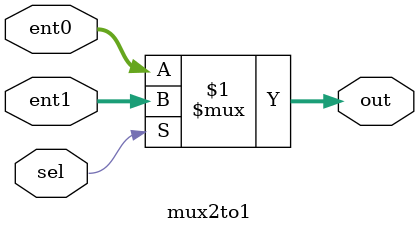
<source format=v>
module mux2to1 #(parameter WIDTH = 32) (
    input [WIDTH-1:0] ent0,       // Entrada 0
    input [WIDTH-1:0] ent1,       // Entrada 1
    input sel,                   // Sinal de seleção
    output [WIDTH-1:0] out       // Saída
);
    assign out = sel ? ent1 : ent0; // Se sel = 1, então out = ent1, senão out = ent0
endmodule
</source>
